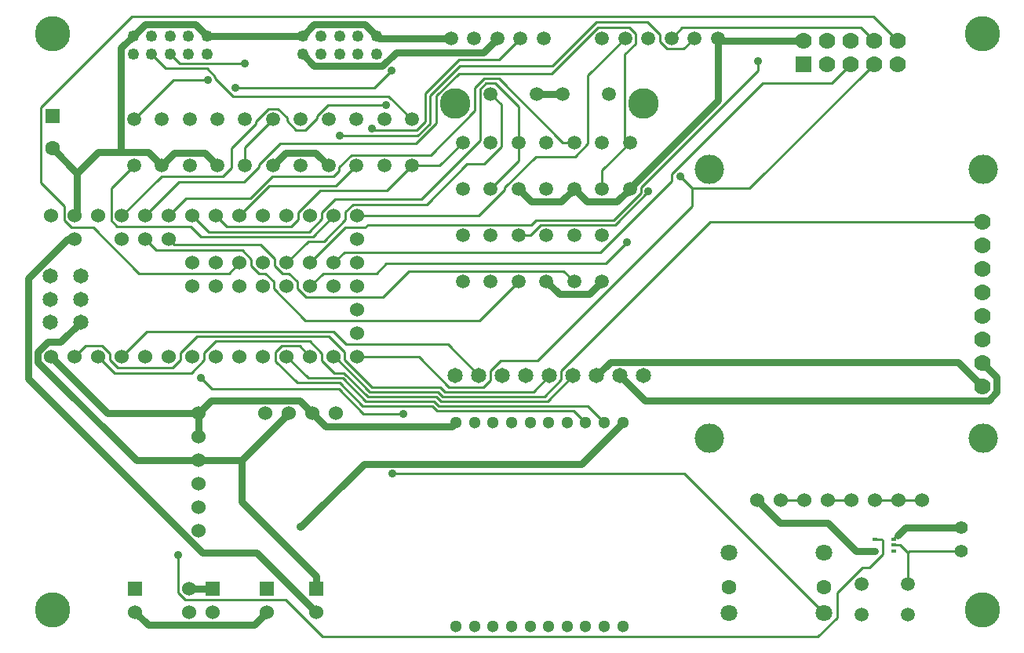
<source format=gtl>
G04 (created by PCBNEW (2013-jul-07)-stable) date Wed 10 Jun 2015 05:30:31 PM PDT*
%MOIN*%
G04 Gerber Fmt 3.4, Leading zero omitted, Abs format*
%FSLAX34Y34*%
G01*
G70*
G90*
G04 APERTURE LIST*
%ADD10C,0.00590551*%
%ADD11C,0.0511811*%
%ADD12C,0.06*%
%ADD13R,0.06X0.06*%
%ADD14C,0.0629921*%
%ADD15C,0.0708661*%
%ADD16C,0.065*%
%ADD17C,0.13*%
%ADD18C,0.07*%
%ADD19C,0.125*%
%ADD20R,0.063X0.063*%
%ADD21C,0.063*%
%ADD22R,0.07X0.07*%
%ADD23C,0.0590551*%
%ADD24C,0.0492126*%
%ADD25C,0.15*%
%ADD26R,0.02X0.012*%
%ADD27C,0.055*%
%ADD28C,0.035*%
%ADD29C,0.03*%
%ADD30C,0.01*%
%ADD31C,0.0119921*%
G04 APERTURE END LIST*
G54D10*
G54D11*
X35728Y-28051D03*
X34940Y-28051D03*
X34153Y-28051D03*
X33366Y-28051D03*
X32578Y-28051D03*
X31791Y-28051D03*
X31003Y-28051D03*
X30216Y-28051D03*
X29429Y-28051D03*
X28641Y-28051D03*
X28641Y-36712D03*
X29429Y-36712D03*
X30216Y-36712D03*
X31003Y-36712D03*
X31791Y-36712D03*
X32578Y-36712D03*
X33366Y-36712D03*
X34153Y-36712D03*
X34940Y-36712D03*
X35728Y-36712D03*
G54D12*
X20550Y-27650D03*
X21550Y-27650D03*
X22550Y-27650D03*
X23550Y-27650D03*
G54D13*
X18300Y-35100D03*
G54D12*
X18300Y-36100D03*
X17300Y-35100D03*
X17300Y-36100D03*
G54D13*
X20620Y-35100D03*
G54D12*
X20620Y-36100D03*
G54D13*
X22718Y-35129D03*
G54D12*
X22718Y-36129D03*
X17700Y-27650D03*
X17700Y-28650D03*
X17700Y-29650D03*
X17700Y-30650D03*
X17700Y-31650D03*
X17700Y-32650D03*
G54D14*
X40222Y-35050D03*
X44277Y-35050D03*
G54D15*
X40222Y-33593D03*
X40226Y-36152D03*
X44277Y-33593D03*
X44277Y-36152D03*
G54D16*
X12700Y-23780D03*
X12700Y-22800D03*
X12700Y-21820D03*
X11400Y-21820D03*
X11400Y-22800D03*
X11400Y-23780D03*
X28618Y-26043D03*
X29618Y-26043D03*
X30618Y-26043D03*
X31618Y-26043D03*
X32618Y-26043D03*
X33618Y-26043D03*
X34618Y-26043D03*
X35618Y-26043D03*
G54D17*
X28618Y-14483D03*
X36618Y-14483D03*
G54D16*
X36618Y-26043D03*
G54D18*
X51000Y-19500D03*
X51000Y-20500D03*
X51000Y-21500D03*
X51000Y-22500D03*
X51000Y-23500D03*
X51000Y-24500D03*
X51000Y-25500D03*
X51000Y-26500D03*
G54D19*
X51030Y-17290D03*
X51030Y-28710D03*
X39410Y-17290D03*
X39410Y-28710D03*
G54D20*
X11500Y-15011D03*
G54D21*
X11500Y-16389D03*
G54D13*
X15000Y-35100D03*
G54D12*
X15000Y-36100D03*
G54D22*
X43400Y-12800D03*
G54D18*
X43400Y-11800D03*
X44400Y-12800D03*
X44400Y-11800D03*
X45400Y-12800D03*
X45400Y-11800D03*
X46400Y-12800D03*
X46400Y-11800D03*
X47400Y-12800D03*
X47400Y-11800D03*
G54D12*
X11450Y-25250D03*
X12450Y-25250D03*
X13450Y-25250D03*
X14450Y-25250D03*
X15450Y-25250D03*
X16450Y-25250D03*
X17450Y-25250D03*
X18450Y-25250D03*
X19450Y-25250D03*
X20450Y-25250D03*
X21450Y-25250D03*
X22450Y-25250D03*
X23450Y-25250D03*
X24450Y-25250D03*
X24450Y-24250D03*
X24450Y-23250D03*
X24450Y-22250D03*
X24450Y-21250D03*
X24450Y-20250D03*
X24450Y-19250D03*
X23450Y-19250D03*
X22450Y-19250D03*
X21450Y-19250D03*
X20450Y-19250D03*
X19450Y-19250D03*
X18450Y-19250D03*
X17450Y-19250D03*
X16450Y-19250D03*
X15450Y-19250D03*
X14450Y-19250D03*
X13450Y-19250D03*
X12450Y-19250D03*
X11450Y-19250D03*
X17450Y-22250D03*
X18450Y-22250D03*
X19450Y-22250D03*
X20450Y-22250D03*
X21450Y-22250D03*
X22450Y-22250D03*
X23450Y-22250D03*
X23450Y-21250D03*
X22450Y-21250D03*
X21450Y-21250D03*
X20450Y-21250D03*
X19450Y-21250D03*
X18450Y-21250D03*
X17450Y-21250D03*
X16450Y-20250D03*
X15450Y-20250D03*
X14450Y-20250D03*
X12450Y-20250D03*
G54D23*
X16141Y-15157D03*
X16141Y-17125D03*
X17322Y-15157D03*
X17322Y-17125D03*
X18503Y-15157D03*
X18503Y-17125D03*
X19685Y-15157D03*
X19685Y-17125D03*
X20866Y-15157D03*
X20866Y-17125D03*
X22047Y-15157D03*
X22047Y-17125D03*
X23228Y-15157D03*
X23228Y-17125D03*
X24409Y-15157D03*
X24409Y-17125D03*
X25590Y-15157D03*
X25590Y-17125D03*
X26771Y-15157D03*
X26771Y-17125D03*
X28937Y-16141D03*
X28937Y-18110D03*
X14960Y-15157D03*
X14960Y-17125D03*
X31299Y-16141D03*
X31299Y-18110D03*
X32480Y-16141D03*
X32480Y-18110D03*
X33661Y-16141D03*
X33661Y-18110D03*
X34842Y-16141D03*
X34842Y-18110D03*
X36023Y-16141D03*
X36023Y-18110D03*
X28937Y-20078D03*
X28937Y-22047D03*
X30118Y-20078D03*
X30118Y-22047D03*
X31299Y-20078D03*
X31299Y-22047D03*
X32480Y-20078D03*
X32480Y-22047D03*
X33661Y-20078D03*
X33661Y-22047D03*
X34842Y-20078D03*
X34842Y-22047D03*
X30118Y-16141D03*
X30118Y-18110D03*
G54D24*
X22125Y-12393D03*
X22125Y-11606D03*
X22912Y-12393D03*
X22912Y-11606D03*
X23700Y-12393D03*
X23700Y-11606D03*
X24487Y-12393D03*
X24487Y-11606D03*
X25274Y-12393D03*
X25274Y-11606D03*
X14925Y-12393D03*
X14925Y-11606D03*
X15712Y-12393D03*
X15712Y-11606D03*
X16500Y-12393D03*
X16500Y-11606D03*
X17287Y-12393D03*
X17287Y-11606D03*
X18074Y-12393D03*
X18074Y-11606D03*
G54D25*
X11500Y-11500D03*
X11500Y-36000D03*
X51000Y-11500D03*
X51000Y-36000D03*
G54D23*
X33169Y-14074D03*
X35137Y-14074D03*
X32086Y-14074D03*
X30118Y-14074D03*
G54D26*
X47250Y-33500D03*
X47250Y-33000D03*
X46450Y-33500D03*
X47250Y-33250D03*
X46450Y-33000D03*
G54D23*
X45865Y-36200D03*
X47834Y-36200D03*
X47834Y-34900D03*
X45865Y-34900D03*
G54D12*
X48450Y-31350D03*
X47450Y-31350D03*
X41450Y-31350D03*
X42450Y-31350D03*
X43450Y-31350D03*
X44450Y-31350D03*
X45450Y-31350D03*
X46450Y-31350D03*
G54D23*
X28431Y-11700D03*
X29415Y-11700D03*
X30400Y-11700D03*
X31384Y-11700D03*
X32368Y-11700D03*
X39760Y-11700D03*
X34839Y-11700D03*
X35823Y-11700D03*
X36807Y-11700D03*
X37792Y-11700D03*
X38776Y-11700D03*
G54D27*
X50100Y-33500D03*
X50100Y-32500D03*
G54D28*
X22046Y-32490D03*
X19679Y-12789D03*
X25686Y-14545D03*
X25954Y-30229D03*
X17819Y-26152D03*
X26400Y-27665D03*
X38164Y-17572D03*
X23692Y-15863D03*
X25062Y-15537D03*
X41468Y-12678D03*
X25907Y-13092D03*
X19286Y-13813D03*
X35894Y-20386D03*
X18093Y-13472D03*
X36818Y-18230D03*
X16835Y-33686D03*
G54D29*
X18300Y-35100D02*
X17300Y-35100D01*
X24732Y-29804D02*
X22046Y-32490D01*
X33975Y-29804D02*
X24732Y-29804D01*
X35728Y-28051D02*
X33975Y-29804D01*
X45641Y-33500D02*
X46450Y-33500D01*
X44444Y-32302D02*
X45641Y-33500D01*
X42402Y-32302D02*
X44444Y-32302D01*
X41450Y-31350D02*
X42402Y-32302D01*
X51603Y-26103D02*
X51000Y-25500D01*
X51603Y-26761D02*
X51603Y-26103D01*
X51263Y-27102D02*
X51603Y-26761D01*
X36677Y-27102D02*
X51263Y-27102D01*
X35618Y-26043D02*
X36677Y-27102D01*
X22718Y-35129D02*
X22718Y-34579D01*
X19550Y-31410D02*
X19550Y-29650D01*
X22718Y-34579D02*
X19550Y-31410D01*
X17700Y-29650D02*
X19550Y-29650D01*
X19550Y-29650D02*
X21550Y-27650D01*
X15063Y-29650D02*
X17700Y-29650D01*
X10880Y-25466D02*
X15063Y-29650D01*
X10880Y-25038D02*
X10880Y-25466D01*
X11291Y-24627D02*
X10880Y-25038D01*
X11852Y-24627D02*
X11291Y-24627D01*
X12700Y-23780D02*
X11852Y-24627D01*
X33169Y-14074D02*
X32086Y-14074D01*
X22621Y-12889D02*
X22125Y-12393D01*
X25508Y-12889D02*
X22621Y-12889D01*
X26090Y-12307D02*
X25508Y-12889D01*
X29792Y-12307D02*
X26090Y-12307D01*
X30400Y-11700D02*
X29792Y-12307D01*
G54D30*
X16896Y-12789D02*
X19679Y-12789D01*
X16500Y-12393D02*
X16896Y-12789D01*
X16313Y-12994D02*
X15712Y-12393D01*
X18075Y-12994D02*
X16313Y-12994D01*
X18418Y-13338D02*
X18075Y-12994D01*
X18418Y-13409D02*
X18418Y-13338D01*
X19174Y-14166D02*
X18418Y-13409D01*
X25780Y-14166D02*
X19174Y-14166D01*
X26771Y-15157D02*
X25780Y-14166D01*
X27952Y-17125D02*
X28937Y-16141D01*
X26771Y-17125D02*
X27952Y-17125D01*
X18911Y-19711D02*
X18450Y-19250D01*
X21638Y-19711D02*
X18911Y-19711D01*
X21950Y-19400D02*
X21638Y-19711D01*
X21950Y-19099D02*
X21950Y-19400D01*
X22857Y-18192D02*
X21950Y-19099D01*
X25705Y-18192D02*
X22857Y-18192D01*
X26771Y-17125D02*
X25705Y-18192D01*
X17187Y-18512D02*
X16450Y-19250D01*
X19904Y-18512D02*
X17187Y-18512D01*
X20845Y-17571D02*
X19904Y-18512D01*
X23443Y-17571D02*
X20845Y-17571D01*
X23680Y-17334D02*
X23443Y-17571D01*
X23680Y-17192D02*
X23680Y-17334D01*
X24193Y-16679D02*
X23680Y-17192D01*
X27561Y-16679D02*
X24193Y-16679D01*
X29447Y-14793D02*
X27561Y-16679D01*
X29447Y-13811D02*
X29447Y-14793D01*
X29838Y-13420D02*
X29447Y-13811D01*
X30459Y-13420D02*
X29838Y-13420D01*
X33180Y-16141D02*
X30459Y-13420D01*
X33661Y-16141D02*
X33180Y-16141D01*
X16128Y-17571D02*
X14450Y-19250D01*
X18724Y-17571D02*
X16128Y-17571D01*
X19094Y-17201D02*
X18724Y-17571D01*
X19094Y-16386D02*
X19094Y-17201D01*
X20137Y-15343D02*
X19094Y-16386D01*
X20137Y-15240D02*
X20137Y-15343D01*
X20677Y-14700D02*
X20137Y-15240D01*
X21063Y-14700D02*
X20677Y-14700D01*
X21456Y-15093D02*
X21063Y-14700D01*
X21456Y-15221D02*
X21456Y-15093D01*
X21838Y-15602D02*
X21456Y-15221D01*
X22232Y-15602D02*
X21838Y-15602D01*
X22729Y-15105D02*
X22232Y-15602D01*
X22729Y-15026D02*
X22729Y-15105D01*
X23210Y-14545D02*
X22729Y-15026D01*
X25686Y-14545D02*
X23210Y-14545D01*
X16685Y-20485D02*
X16450Y-20250D01*
X20342Y-20485D02*
X16685Y-20485D01*
X20950Y-21092D02*
X20342Y-20485D01*
X20950Y-21386D02*
X20950Y-21092D01*
X21263Y-21700D02*
X20950Y-21386D01*
X21536Y-21700D02*
X21263Y-21700D01*
X21900Y-22063D02*
X21536Y-21700D01*
X21900Y-22342D02*
X21900Y-22063D01*
X22260Y-22702D02*
X21900Y-22342D01*
X25522Y-22702D02*
X22260Y-22702D01*
X26624Y-21600D02*
X25522Y-22702D01*
X33214Y-21600D02*
X26624Y-21600D01*
X33661Y-22047D02*
X33214Y-21600D01*
X15506Y-24193D02*
X14450Y-25250D01*
X23441Y-24193D02*
X15506Y-24193D01*
X23964Y-24716D02*
X23441Y-24193D01*
X28291Y-24716D02*
X23964Y-24716D01*
X29618Y-26043D02*
X28291Y-24716D01*
X32523Y-27137D02*
X33618Y-26043D01*
X27994Y-27137D02*
X32523Y-27137D01*
X27796Y-26940D02*
X27994Y-27137D01*
X24893Y-26940D02*
X27796Y-26940D01*
X23886Y-25932D02*
X24893Y-26940D01*
X23475Y-25932D02*
X23886Y-25932D01*
X22950Y-25406D02*
X23475Y-25932D01*
X22950Y-25113D02*
X22950Y-25406D01*
X22430Y-24593D02*
X22950Y-25113D01*
X18449Y-24593D02*
X22430Y-24593D01*
X17950Y-25093D02*
X18449Y-24593D01*
X17950Y-25386D02*
X17950Y-25093D01*
X17401Y-25935D02*
X17950Y-25386D01*
X14135Y-25935D02*
X17401Y-25935D01*
X13450Y-25250D02*
X14135Y-25935D01*
X31923Y-26737D02*
X32618Y-26043D01*
X28160Y-26737D02*
X31923Y-26737D01*
X27960Y-26537D02*
X28160Y-26737D01*
X25069Y-26537D02*
X27960Y-26537D01*
X23901Y-25369D02*
X25069Y-26537D01*
X23901Y-25051D02*
X23901Y-25369D01*
X23242Y-24393D02*
X23901Y-25051D01*
X17649Y-24393D02*
X23242Y-24393D01*
X16950Y-25093D02*
X17649Y-24393D01*
X16950Y-25386D02*
X16950Y-25093D01*
X16617Y-25718D02*
X16950Y-25386D01*
X14282Y-25718D02*
X16617Y-25718D01*
X13950Y-25386D02*
X14282Y-25718D01*
X13950Y-25111D02*
X13950Y-25386D01*
X13621Y-24783D02*
X13950Y-25111D01*
X12916Y-24783D02*
X13621Y-24783D01*
X12450Y-25250D02*
X12916Y-24783D01*
X43450Y-31350D02*
X42450Y-31350D01*
X45450Y-31350D02*
X44450Y-31350D01*
X38354Y-30229D02*
X44277Y-36152D01*
X25954Y-30229D02*
X38354Y-30229D01*
X46450Y-31350D02*
X47450Y-31350D01*
X47450Y-31350D02*
X48450Y-31350D01*
X24717Y-27665D02*
X26400Y-27665D01*
X23661Y-26609D02*
X24717Y-27665D01*
X18276Y-26609D02*
X23661Y-26609D01*
X17819Y-26152D02*
X18276Y-26609D01*
X41120Y-18079D02*
X46400Y-12800D01*
X38687Y-18079D02*
X41120Y-18079D01*
X38180Y-17572D02*
X38687Y-18079D01*
X38164Y-17572D02*
X38180Y-17572D01*
X27055Y-25250D02*
X24450Y-25250D01*
X28343Y-26537D02*
X27055Y-25250D01*
X29811Y-26537D02*
X28343Y-26537D01*
X30118Y-26231D02*
X29811Y-26537D01*
X30118Y-25837D02*
X30118Y-26231D01*
X30542Y-25412D02*
X30118Y-25837D01*
X32113Y-25412D02*
X30542Y-25412D01*
X38687Y-18838D02*
X32113Y-25412D01*
X38687Y-18079D02*
X38687Y-18838D01*
X39451Y-19500D02*
X51000Y-19500D01*
X33118Y-25833D02*
X39451Y-19500D01*
X33118Y-26226D02*
X33118Y-25833D01*
X32406Y-26937D02*
X33118Y-26226D01*
X28077Y-26937D02*
X32406Y-26937D01*
X27879Y-26740D02*
X28077Y-26937D01*
X24988Y-26740D02*
X27879Y-26740D01*
X23498Y-25250D02*
X24988Y-26740D01*
X23450Y-25250D02*
X23498Y-25250D01*
X45849Y-11249D02*
X46400Y-11800D01*
X38242Y-11249D02*
X45849Y-11249D01*
X37792Y-11700D02*
X38242Y-11249D01*
X38319Y-12157D02*
X38776Y-11700D01*
X37605Y-12157D02*
X38319Y-12157D01*
X37300Y-11851D02*
X37605Y-12157D01*
X37300Y-11552D02*
X37300Y-11851D01*
X36767Y-11020D02*
X37300Y-11552D01*
X34600Y-11020D02*
X36767Y-11020D01*
X32729Y-12891D02*
X34600Y-11020D01*
X28790Y-12891D02*
X32729Y-12891D01*
X27522Y-14158D02*
X28790Y-12891D01*
X27522Y-15337D02*
X27522Y-14158D01*
X26996Y-15863D02*
X27522Y-15337D01*
X23692Y-15863D02*
X26996Y-15863D01*
X25127Y-15602D02*
X25062Y-15537D01*
X26974Y-15602D02*
X25127Y-15602D01*
X27322Y-15254D02*
X26974Y-15602D01*
X27322Y-14064D02*
X27322Y-15254D01*
X28779Y-12608D02*
X27322Y-14064D01*
X30476Y-12608D02*
X28779Y-12608D01*
X31384Y-11700D02*
X30476Y-12608D01*
X22365Y-20334D02*
X21450Y-21250D01*
X23038Y-20334D02*
X22365Y-20334D01*
X23950Y-19422D02*
X23038Y-20334D01*
X23950Y-19091D02*
X23950Y-19422D01*
X24266Y-18775D02*
X23950Y-19091D01*
X27394Y-18775D02*
X24266Y-18775D01*
X29115Y-17055D02*
X27394Y-18775D01*
X29840Y-17055D02*
X29115Y-17055D01*
X30573Y-16321D02*
X29840Y-17055D01*
X30573Y-14530D02*
X30573Y-16321D01*
X30118Y-14074D02*
X30573Y-14530D01*
X29612Y-19250D02*
X24450Y-19250D01*
X30708Y-18154D02*
X29612Y-19250D01*
X30708Y-18061D02*
X30708Y-18154D01*
X32025Y-16744D02*
X30708Y-18061D01*
X33694Y-16744D02*
X32025Y-16744D01*
X34252Y-16186D02*
X33694Y-16744D01*
X34252Y-13271D02*
X34252Y-16186D01*
X35823Y-11700D02*
X34252Y-13271D01*
X23900Y-20799D02*
X23450Y-21250D01*
X34777Y-20799D02*
X23900Y-20799D01*
X37792Y-17785D02*
X34777Y-20799D01*
X37792Y-17485D02*
X37792Y-17785D01*
X41670Y-13607D02*
X37792Y-17485D01*
X44592Y-13607D02*
X41670Y-13607D01*
X45400Y-12800D02*
X44592Y-13607D01*
X23950Y-19750D02*
X22450Y-21250D01*
X24783Y-19750D02*
X23950Y-19750D01*
X24900Y-19633D02*
X24783Y-19750D01*
X31851Y-19633D02*
X24900Y-19633D01*
X32052Y-19433D02*
X31851Y-19633D01*
X35332Y-19433D02*
X32052Y-19433D01*
X36492Y-18272D02*
X35332Y-19433D01*
X36492Y-18051D02*
X36492Y-18272D01*
X41468Y-13075D02*
X36492Y-18051D01*
X41468Y-12678D02*
X41468Y-13075D01*
X25186Y-13813D02*
X19286Y-13813D01*
X25907Y-13092D02*
X25186Y-13813D01*
X18999Y-21700D02*
X19450Y-21250D01*
X15181Y-21700D02*
X18999Y-21700D01*
X13231Y-19750D02*
X15181Y-21700D01*
X12313Y-19750D02*
X13231Y-19750D01*
X11999Y-19436D02*
X12313Y-19750D01*
X11999Y-18846D02*
X11999Y-19436D01*
X11012Y-17858D02*
X11999Y-18846D01*
X11012Y-14644D02*
X11012Y-17858D01*
X14871Y-10784D02*
X11012Y-14644D01*
X46384Y-10784D02*
X14871Y-10784D01*
X47400Y-11800D02*
X46384Y-10784D01*
X22999Y-21700D02*
X22450Y-22250D01*
X25274Y-21700D02*
X22999Y-21700D01*
X25686Y-21288D02*
X25274Y-21700D01*
X34992Y-21288D02*
X25686Y-21288D01*
X35894Y-20386D02*
X34992Y-21288D01*
G54D29*
X20186Y-33597D02*
X22718Y-36129D01*
X17864Y-33597D02*
X20186Y-33597D01*
X10458Y-26192D02*
X17864Y-33597D01*
X10458Y-21920D02*
X10458Y-26192D01*
X12129Y-20250D02*
X10458Y-21920D01*
X12450Y-20250D02*
X12129Y-20250D01*
G54D30*
X16645Y-13472D02*
X14960Y-15157D01*
X18093Y-13472D02*
X16645Y-13472D01*
X22565Y-20134D02*
X23450Y-19250D01*
X17790Y-20134D02*
X22565Y-20134D01*
X17356Y-19700D02*
X17790Y-20134D01*
X14242Y-19700D02*
X17356Y-19700D01*
X13999Y-19457D02*
X14242Y-19700D01*
X13999Y-18086D02*
X13999Y-19457D01*
X14960Y-17125D02*
X13999Y-18086D01*
X19685Y-16338D02*
X19685Y-17125D01*
X20866Y-15157D02*
X19685Y-16338D01*
X23543Y-17992D02*
X24409Y-17125D01*
X20707Y-17992D02*
X23543Y-17992D01*
X19450Y-19250D02*
X20707Y-17992D01*
X31299Y-16929D02*
X31299Y-16141D01*
X30118Y-18110D02*
X31299Y-16929D01*
X18134Y-19934D02*
X17450Y-19250D01*
X22403Y-19934D02*
X18134Y-19934D01*
X22950Y-19387D02*
X22403Y-19934D01*
X22950Y-19112D02*
X22950Y-19387D01*
X23511Y-18550D02*
X22950Y-19112D01*
X27180Y-18550D02*
X23511Y-18550D01*
X29670Y-16061D02*
X27180Y-18550D01*
X29670Y-13871D02*
X29670Y-16061D01*
X29921Y-13620D02*
X29670Y-13871D01*
X30304Y-13620D02*
X29921Y-13620D01*
X31299Y-14615D02*
X30304Y-13620D01*
X31299Y-16141D02*
X31299Y-14615D01*
X34842Y-17322D02*
X34842Y-18110D01*
X36023Y-16141D02*
X34842Y-17322D01*
X16881Y-17818D02*
X15450Y-19250D01*
X19626Y-17818D02*
X16881Y-17818D01*
X20275Y-17169D02*
X19626Y-17818D01*
X20275Y-17077D02*
X20275Y-17169D01*
X21164Y-16188D02*
X20275Y-17077D01*
X26954Y-16188D02*
X21164Y-16188D01*
X27816Y-15326D02*
X26954Y-16188D01*
X27816Y-14148D02*
X27816Y-15326D01*
X28759Y-13204D02*
X27816Y-14148D01*
X32699Y-13204D02*
X28759Y-13204D01*
X34668Y-11235D02*
X32699Y-13204D01*
X36015Y-11235D02*
X34668Y-11235D01*
X36280Y-11501D02*
X36015Y-11235D01*
X36280Y-11933D02*
X36280Y-11501D01*
X35817Y-12397D02*
X36280Y-11933D01*
X35817Y-15935D02*
X35817Y-12397D01*
X36023Y-16141D02*
X35817Y-15935D01*
X31789Y-20078D02*
X31299Y-20078D01*
X32235Y-19633D02*
X31789Y-20078D01*
X35415Y-19633D02*
X32235Y-19633D01*
X36818Y-18230D02*
X35415Y-19633D01*
X15916Y-20716D02*
X15450Y-20250D01*
X19562Y-20716D02*
X15916Y-20716D01*
X19950Y-21104D02*
X19562Y-20716D01*
X19950Y-21386D02*
X19950Y-21104D01*
X20263Y-21700D02*
X19950Y-21386D01*
X20536Y-21700D02*
X20263Y-21700D01*
X20900Y-22063D02*
X20536Y-21700D01*
X20900Y-22362D02*
X20900Y-22063D01*
X22250Y-23712D02*
X20900Y-22362D01*
X29633Y-23712D02*
X22250Y-23712D01*
X31299Y-22047D02*
X29633Y-23712D01*
X33640Y-27538D02*
X34153Y-28051D01*
X27828Y-27538D02*
X33640Y-27538D01*
X27630Y-27340D02*
X27828Y-27538D01*
X24678Y-27340D02*
X27630Y-27340D01*
X23698Y-26361D02*
X24678Y-27340D01*
X21912Y-26361D02*
X23698Y-26361D01*
X20986Y-25434D02*
X21912Y-26361D01*
X20986Y-25046D02*
X20986Y-25434D01*
X21239Y-24793D02*
X20986Y-25046D01*
X21993Y-24793D02*
X21239Y-24793D01*
X22450Y-25250D02*
X21993Y-24793D01*
X34227Y-27337D02*
X34940Y-28051D01*
X27911Y-27337D02*
X34227Y-27337D01*
X27713Y-27140D02*
X27911Y-27337D01*
X24810Y-27140D02*
X27713Y-27140D01*
X23831Y-26161D02*
X24810Y-27140D01*
X22361Y-26161D02*
X23831Y-26161D01*
X21450Y-25250D02*
X22361Y-26161D01*
G54D29*
X25368Y-11700D02*
X25274Y-11606D01*
X28431Y-11700D02*
X25368Y-11700D01*
X22621Y-11110D02*
X22125Y-11606D01*
X24778Y-11110D02*
X22621Y-11110D01*
X25274Y-11606D02*
X24778Y-11110D01*
X17700Y-28650D02*
X17700Y-27650D01*
X39760Y-11800D02*
X43400Y-11800D01*
X39760Y-11800D02*
X39760Y-11700D01*
X13850Y-27650D02*
X11450Y-25250D01*
X17700Y-27650D02*
X13850Y-27650D01*
X33115Y-18655D02*
X33661Y-18110D01*
X31844Y-18655D02*
X33115Y-18655D01*
X31299Y-18110D02*
X31844Y-18655D01*
X35477Y-18656D02*
X36023Y-18110D01*
X34207Y-18656D02*
X35477Y-18656D01*
X33661Y-18110D02*
X34207Y-18656D01*
X21999Y-27099D02*
X22550Y-27650D01*
X18250Y-27099D02*
X21999Y-27099D01*
X17700Y-27650D02*
X18250Y-27099D01*
X28479Y-28213D02*
X28641Y-28051D01*
X23113Y-28213D02*
X28479Y-28213D01*
X22550Y-27650D02*
X23113Y-28213D01*
X36023Y-18095D02*
X36023Y-18110D01*
X39760Y-14358D02*
X36023Y-18095D01*
X39760Y-11800D02*
X39760Y-14358D01*
X33027Y-22594D02*
X32480Y-22047D01*
X34295Y-22594D02*
X33027Y-22594D01*
X34842Y-22047D02*
X34295Y-22594D01*
X47750Y-32500D02*
X47403Y-32846D01*
X50100Y-32500D02*
X47750Y-32500D01*
G54D31*
X47403Y-32846D02*
X47250Y-33000D01*
G54D29*
X35193Y-25468D02*
X34618Y-26043D01*
X49968Y-25468D02*
X35193Y-25468D01*
X51000Y-26500D02*
X49968Y-25468D01*
X18074Y-11606D02*
X22125Y-11606D01*
X15556Y-36656D02*
X15000Y-36100D01*
X20063Y-36656D02*
X15556Y-36656D01*
X20620Y-36100D02*
X20063Y-36656D01*
X22680Y-16577D02*
X23228Y-17125D01*
X21414Y-16577D02*
X22680Y-16577D01*
X20866Y-17125D02*
X21414Y-16577D01*
X16687Y-16580D02*
X16141Y-17125D01*
X17958Y-16580D02*
X16687Y-16580D01*
X18503Y-17125D02*
X17958Y-16580D01*
X12553Y-19146D02*
X12553Y-17442D01*
X12450Y-19250D02*
X12553Y-19146D01*
X12553Y-17442D02*
X11500Y-16389D01*
X15427Y-11103D02*
X14925Y-11606D01*
X17572Y-11103D02*
X15427Y-11103D01*
X18074Y-11606D02*
X17572Y-11103D01*
X14412Y-12118D02*
X14412Y-16560D01*
X14925Y-11606D02*
X14412Y-12118D01*
X15576Y-16560D02*
X14412Y-16560D01*
X16141Y-17125D02*
X15576Y-16560D01*
X13435Y-16560D02*
X12553Y-17442D01*
X14412Y-16560D02*
X13435Y-16560D01*
G54D30*
X46450Y-33000D02*
X46700Y-33000D01*
X16835Y-35288D02*
X16835Y-33686D01*
X17131Y-35583D02*
X16835Y-35288D01*
X21404Y-35583D02*
X17131Y-35583D01*
X22956Y-37136D02*
X21404Y-35583D01*
X44021Y-37136D02*
X22956Y-37136D01*
X44823Y-36334D02*
X44021Y-37136D01*
X44823Y-35287D02*
X44823Y-36334D01*
X45900Y-34209D02*
X44823Y-35287D01*
X46189Y-34209D02*
X45900Y-34209D01*
X46759Y-33639D02*
X46189Y-34209D01*
X46759Y-33058D02*
X46759Y-33639D01*
X46700Y-33000D02*
X46759Y-33058D01*
X47250Y-33250D02*
X47500Y-33250D01*
X47918Y-33500D02*
X47834Y-33584D01*
X50100Y-33500D02*
X47918Y-33500D01*
X47834Y-34900D02*
X47834Y-33584D01*
X47834Y-33584D02*
X47500Y-33250D01*
M02*

</source>
